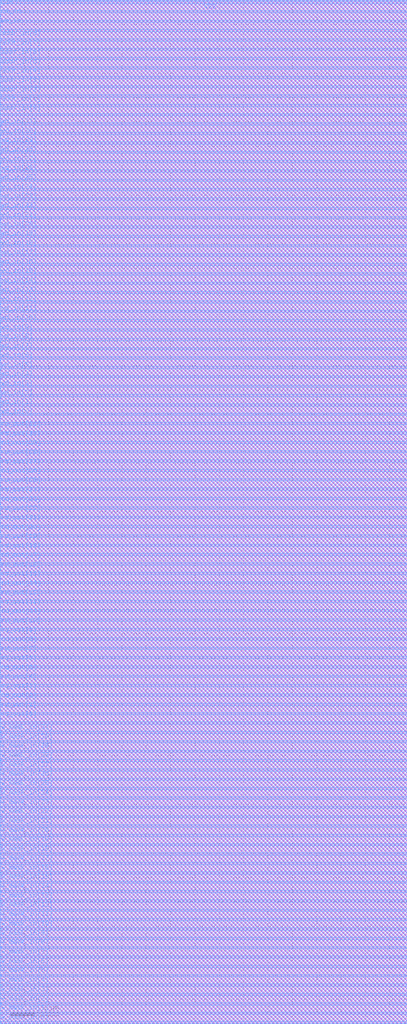
<source format=lef>
# Generated by FakeRAM 2.0
VERSION 5.7 ;
BUSBITCHARS "[]" ;
PROPERTYDEFINITIONS
  MACRO width INTEGER ;
  MACRO depth INTEGER ;
  MACRO banks INTEGER ;
END PROPERTYDEFINITIONS
MACRO fakeram7_512x32
  PROPERTY width 32 ;
  PROPERTY depth 512 ;
  PROPERTY banks 4 ;
  FOREIGN fakeram7_512x32 0 0 ;
  SYMMETRY X Y R90 ;
  SIZE 16.720 BY 42.000 ;
  CLASS BLOCK ;
  PIN w_mask_in[0]
    DIRECTION INPUT ;
    USE SIGNAL ;
    SHAPE ABUTMENT ;
    PORT
      LAYER M4 ;
      RECT 0.000 0.048 0.024 0.072 ;
    END
  END w_mask_in[0]
  PIN w_mask_in[1]
    DIRECTION INPUT ;
    USE SIGNAL ;
    SHAPE ABUTMENT ;
    PORT
      LAYER M4 ;
      RECT 0.000 0.432 0.024 0.456 ;
    END
  END w_mask_in[1]
  PIN w_mask_in[2]
    DIRECTION INPUT ;
    USE SIGNAL ;
    SHAPE ABUTMENT ;
    PORT
      LAYER M4 ;
      RECT 0.000 0.816 0.024 0.840 ;
    END
  END w_mask_in[2]
  PIN w_mask_in[3]
    DIRECTION INPUT ;
    USE SIGNAL ;
    SHAPE ABUTMENT ;
    PORT
      LAYER M4 ;
      RECT 0.000 1.200 0.024 1.224 ;
    END
  END w_mask_in[3]
  PIN w_mask_in[4]
    DIRECTION INPUT ;
    USE SIGNAL ;
    SHAPE ABUTMENT ;
    PORT
      LAYER M4 ;
      RECT 0.000 1.584 0.024 1.608 ;
    END
  END w_mask_in[4]
  PIN w_mask_in[5]
    DIRECTION INPUT ;
    USE SIGNAL ;
    SHAPE ABUTMENT ;
    PORT
      LAYER M4 ;
      RECT 0.000 1.968 0.024 1.992 ;
    END
  END w_mask_in[5]
  PIN w_mask_in[6]
    DIRECTION INPUT ;
    USE SIGNAL ;
    SHAPE ABUTMENT ;
    PORT
      LAYER M4 ;
      RECT 0.000 2.352 0.024 2.376 ;
    END
  END w_mask_in[6]
  PIN w_mask_in[7]
    DIRECTION INPUT ;
    USE SIGNAL ;
    SHAPE ABUTMENT ;
    PORT
      LAYER M4 ;
      RECT 0.000 2.736 0.024 2.760 ;
    END
  END w_mask_in[7]
  PIN w_mask_in[8]
    DIRECTION INPUT ;
    USE SIGNAL ;
    SHAPE ABUTMENT ;
    PORT
      LAYER M4 ;
      RECT 0.000 3.120 0.024 3.144 ;
    END
  END w_mask_in[8]
  PIN w_mask_in[9]
    DIRECTION INPUT ;
    USE SIGNAL ;
    SHAPE ABUTMENT ;
    PORT
      LAYER M4 ;
      RECT 0.000 3.504 0.024 3.528 ;
    END
  END w_mask_in[9]
  PIN w_mask_in[10]
    DIRECTION INPUT ;
    USE SIGNAL ;
    SHAPE ABUTMENT ;
    PORT
      LAYER M4 ;
      RECT 0.000 3.888 0.024 3.912 ;
    END
  END w_mask_in[10]
  PIN w_mask_in[11]
    DIRECTION INPUT ;
    USE SIGNAL ;
    SHAPE ABUTMENT ;
    PORT
      LAYER M4 ;
      RECT 0.000 4.272 0.024 4.296 ;
    END
  END w_mask_in[11]
  PIN w_mask_in[12]
    DIRECTION INPUT ;
    USE SIGNAL ;
    SHAPE ABUTMENT ;
    PORT
      LAYER M4 ;
      RECT 0.000 4.656 0.024 4.680 ;
    END
  END w_mask_in[12]
  PIN w_mask_in[13]
    DIRECTION INPUT ;
    USE SIGNAL ;
    SHAPE ABUTMENT ;
    PORT
      LAYER M4 ;
      RECT 0.000 5.040 0.024 5.064 ;
    END
  END w_mask_in[13]
  PIN w_mask_in[14]
    DIRECTION INPUT ;
    USE SIGNAL ;
    SHAPE ABUTMENT ;
    PORT
      LAYER M4 ;
      RECT 0.000 5.424 0.024 5.448 ;
    END
  END w_mask_in[14]
  PIN w_mask_in[15]
    DIRECTION INPUT ;
    USE SIGNAL ;
    SHAPE ABUTMENT ;
    PORT
      LAYER M4 ;
      RECT 0.000 5.808 0.024 5.832 ;
    END
  END w_mask_in[15]
  PIN w_mask_in[16]
    DIRECTION INPUT ;
    USE SIGNAL ;
    SHAPE ABUTMENT ;
    PORT
      LAYER M4 ;
      RECT 0.000 6.192 0.024 6.216 ;
    END
  END w_mask_in[16]
  PIN w_mask_in[17]
    DIRECTION INPUT ;
    USE SIGNAL ;
    SHAPE ABUTMENT ;
    PORT
      LAYER M4 ;
      RECT 0.000 6.576 0.024 6.600 ;
    END
  END w_mask_in[17]
  PIN w_mask_in[18]
    DIRECTION INPUT ;
    USE SIGNAL ;
    SHAPE ABUTMENT ;
    PORT
      LAYER M4 ;
      RECT 0.000 6.960 0.024 6.984 ;
    END
  END w_mask_in[18]
  PIN w_mask_in[19]
    DIRECTION INPUT ;
    USE SIGNAL ;
    SHAPE ABUTMENT ;
    PORT
      LAYER M4 ;
      RECT 0.000 7.344 0.024 7.368 ;
    END
  END w_mask_in[19]
  PIN w_mask_in[20]
    DIRECTION INPUT ;
    USE SIGNAL ;
    SHAPE ABUTMENT ;
    PORT
      LAYER M4 ;
      RECT 0.000 7.728 0.024 7.752 ;
    END
  END w_mask_in[20]
  PIN w_mask_in[21]
    DIRECTION INPUT ;
    USE SIGNAL ;
    SHAPE ABUTMENT ;
    PORT
      LAYER M4 ;
      RECT 0.000 8.112 0.024 8.136 ;
    END
  END w_mask_in[21]
  PIN w_mask_in[22]
    DIRECTION INPUT ;
    USE SIGNAL ;
    SHAPE ABUTMENT ;
    PORT
      LAYER M4 ;
      RECT 0.000 8.496 0.024 8.520 ;
    END
  END w_mask_in[22]
  PIN w_mask_in[23]
    DIRECTION INPUT ;
    USE SIGNAL ;
    SHAPE ABUTMENT ;
    PORT
      LAYER M4 ;
      RECT 0.000 8.880 0.024 8.904 ;
    END
  END w_mask_in[23]
  PIN w_mask_in[24]
    DIRECTION INPUT ;
    USE SIGNAL ;
    SHAPE ABUTMENT ;
    PORT
      LAYER M4 ;
      RECT 0.000 9.264 0.024 9.288 ;
    END
  END w_mask_in[24]
  PIN w_mask_in[25]
    DIRECTION INPUT ;
    USE SIGNAL ;
    SHAPE ABUTMENT ;
    PORT
      LAYER M4 ;
      RECT 0.000 9.648 0.024 9.672 ;
    END
  END w_mask_in[25]
  PIN w_mask_in[26]
    DIRECTION INPUT ;
    USE SIGNAL ;
    SHAPE ABUTMENT ;
    PORT
      LAYER M4 ;
      RECT 0.000 10.032 0.024 10.056 ;
    END
  END w_mask_in[26]
  PIN w_mask_in[27]
    DIRECTION INPUT ;
    USE SIGNAL ;
    SHAPE ABUTMENT ;
    PORT
      LAYER M4 ;
      RECT 0.000 10.416 0.024 10.440 ;
    END
  END w_mask_in[27]
  PIN w_mask_in[28]
    DIRECTION INPUT ;
    USE SIGNAL ;
    SHAPE ABUTMENT ;
    PORT
      LAYER M4 ;
      RECT 0.000 10.800 0.024 10.824 ;
    END
  END w_mask_in[28]
  PIN w_mask_in[29]
    DIRECTION INPUT ;
    USE SIGNAL ;
    SHAPE ABUTMENT ;
    PORT
      LAYER M4 ;
      RECT 0.000 11.184 0.024 11.208 ;
    END
  END w_mask_in[29]
  PIN w_mask_in[30]
    DIRECTION INPUT ;
    USE SIGNAL ;
    SHAPE ABUTMENT ;
    PORT
      LAYER M4 ;
      RECT 0.000 11.568 0.024 11.592 ;
    END
  END w_mask_in[30]
  PIN w_mask_in[31]
    DIRECTION INPUT ;
    USE SIGNAL ;
    SHAPE ABUTMENT ;
    PORT
      LAYER M4 ;
      RECT 0.000 11.952 0.024 11.976 ;
    END
  END w_mask_in[31]
  PIN rd_out[0]
    DIRECTION OUTPUT ;
    USE SIGNAL ;
    SHAPE ABUTMENT ;
    PORT
      LAYER M4 ;
      RECT 0.000 12.480 0.024 12.504 ;
    END
  END rd_out[0]
  PIN rd_out[1]
    DIRECTION OUTPUT ;
    USE SIGNAL ;
    SHAPE ABUTMENT ;
    PORT
      LAYER M4 ;
      RECT 0.000 12.864 0.024 12.888 ;
    END
  END rd_out[1]
  PIN rd_out[2]
    DIRECTION OUTPUT ;
    USE SIGNAL ;
    SHAPE ABUTMENT ;
    PORT
      LAYER M4 ;
      RECT 0.000 13.248 0.024 13.272 ;
    END
  END rd_out[2]
  PIN rd_out[3]
    DIRECTION OUTPUT ;
    USE SIGNAL ;
    SHAPE ABUTMENT ;
    PORT
      LAYER M4 ;
      RECT 0.000 13.632 0.024 13.656 ;
    END
  END rd_out[3]
  PIN rd_out[4]
    DIRECTION OUTPUT ;
    USE SIGNAL ;
    SHAPE ABUTMENT ;
    PORT
      LAYER M4 ;
      RECT 0.000 14.016 0.024 14.040 ;
    END
  END rd_out[4]
  PIN rd_out[5]
    DIRECTION OUTPUT ;
    USE SIGNAL ;
    SHAPE ABUTMENT ;
    PORT
      LAYER M4 ;
      RECT 0.000 14.400 0.024 14.424 ;
    END
  END rd_out[5]
  PIN rd_out[6]
    DIRECTION OUTPUT ;
    USE SIGNAL ;
    SHAPE ABUTMENT ;
    PORT
      LAYER M4 ;
      RECT 0.000 14.784 0.024 14.808 ;
    END
  END rd_out[6]
  PIN rd_out[7]
    DIRECTION OUTPUT ;
    USE SIGNAL ;
    SHAPE ABUTMENT ;
    PORT
      LAYER M4 ;
      RECT 0.000 15.168 0.024 15.192 ;
    END
  END rd_out[7]
  PIN rd_out[8]
    DIRECTION OUTPUT ;
    USE SIGNAL ;
    SHAPE ABUTMENT ;
    PORT
      LAYER M4 ;
      RECT 0.000 15.552 0.024 15.576 ;
    END
  END rd_out[8]
  PIN rd_out[9]
    DIRECTION OUTPUT ;
    USE SIGNAL ;
    SHAPE ABUTMENT ;
    PORT
      LAYER M4 ;
      RECT 0.000 15.936 0.024 15.960 ;
    END
  END rd_out[9]
  PIN rd_out[10]
    DIRECTION OUTPUT ;
    USE SIGNAL ;
    SHAPE ABUTMENT ;
    PORT
      LAYER M4 ;
      RECT 0.000 16.320 0.024 16.344 ;
    END
  END rd_out[10]
  PIN rd_out[11]
    DIRECTION OUTPUT ;
    USE SIGNAL ;
    SHAPE ABUTMENT ;
    PORT
      LAYER M4 ;
      RECT 0.000 16.704 0.024 16.728 ;
    END
  END rd_out[11]
  PIN rd_out[12]
    DIRECTION OUTPUT ;
    USE SIGNAL ;
    SHAPE ABUTMENT ;
    PORT
      LAYER M4 ;
      RECT 0.000 17.088 0.024 17.112 ;
    END
  END rd_out[12]
  PIN rd_out[13]
    DIRECTION OUTPUT ;
    USE SIGNAL ;
    SHAPE ABUTMENT ;
    PORT
      LAYER M4 ;
      RECT 0.000 17.472 0.024 17.496 ;
    END
  END rd_out[13]
  PIN rd_out[14]
    DIRECTION OUTPUT ;
    USE SIGNAL ;
    SHAPE ABUTMENT ;
    PORT
      LAYER M4 ;
      RECT 0.000 17.856 0.024 17.880 ;
    END
  END rd_out[14]
  PIN rd_out[15]
    DIRECTION OUTPUT ;
    USE SIGNAL ;
    SHAPE ABUTMENT ;
    PORT
      LAYER M4 ;
      RECT 0.000 18.240 0.024 18.264 ;
    END
  END rd_out[15]
  PIN rd_out[16]
    DIRECTION OUTPUT ;
    USE SIGNAL ;
    SHAPE ABUTMENT ;
    PORT
      LAYER M4 ;
      RECT 0.000 18.624 0.024 18.648 ;
    END
  END rd_out[16]
  PIN rd_out[17]
    DIRECTION OUTPUT ;
    USE SIGNAL ;
    SHAPE ABUTMENT ;
    PORT
      LAYER M4 ;
      RECT 0.000 19.008 0.024 19.032 ;
    END
  END rd_out[17]
  PIN rd_out[18]
    DIRECTION OUTPUT ;
    USE SIGNAL ;
    SHAPE ABUTMENT ;
    PORT
      LAYER M4 ;
      RECT 0.000 19.392 0.024 19.416 ;
    END
  END rd_out[18]
  PIN rd_out[19]
    DIRECTION OUTPUT ;
    USE SIGNAL ;
    SHAPE ABUTMENT ;
    PORT
      LAYER M4 ;
      RECT 0.000 19.776 0.024 19.800 ;
    END
  END rd_out[19]
  PIN rd_out[20]
    DIRECTION OUTPUT ;
    USE SIGNAL ;
    SHAPE ABUTMENT ;
    PORT
      LAYER M4 ;
      RECT 0.000 20.160 0.024 20.184 ;
    END
  END rd_out[20]
  PIN rd_out[21]
    DIRECTION OUTPUT ;
    USE SIGNAL ;
    SHAPE ABUTMENT ;
    PORT
      LAYER M4 ;
      RECT 0.000 20.544 0.024 20.568 ;
    END
  END rd_out[21]
  PIN rd_out[22]
    DIRECTION OUTPUT ;
    USE SIGNAL ;
    SHAPE ABUTMENT ;
    PORT
      LAYER M4 ;
      RECT 0.000 20.928 0.024 20.952 ;
    END
  END rd_out[22]
  PIN rd_out[23]
    DIRECTION OUTPUT ;
    USE SIGNAL ;
    SHAPE ABUTMENT ;
    PORT
      LAYER M4 ;
      RECT 0.000 21.312 0.024 21.336 ;
    END
  END rd_out[23]
  PIN rd_out[24]
    DIRECTION OUTPUT ;
    USE SIGNAL ;
    SHAPE ABUTMENT ;
    PORT
      LAYER M4 ;
      RECT 0.000 21.696 0.024 21.720 ;
    END
  END rd_out[24]
  PIN rd_out[25]
    DIRECTION OUTPUT ;
    USE SIGNAL ;
    SHAPE ABUTMENT ;
    PORT
      LAYER M4 ;
      RECT 0.000 22.080 0.024 22.104 ;
    END
  END rd_out[25]
  PIN rd_out[26]
    DIRECTION OUTPUT ;
    USE SIGNAL ;
    SHAPE ABUTMENT ;
    PORT
      LAYER M4 ;
      RECT 0.000 22.464 0.024 22.488 ;
    END
  END rd_out[26]
  PIN rd_out[27]
    DIRECTION OUTPUT ;
    USE SIGNAL ;
    SHAPE ABUTMENT ;
    PORT
      LAYER M4 ;
      RECT 0.000 22.848 0.024 22.872 ;
    END
  END rd_out[27]
  PIN rd_out[28]
    DIRECTION OUTPUT ;
    USE SIGNAL ;
    SHAPE ABUTMENT ;
    PORT
      LAYER M4 ;
      RECT 0.000 23.232 0.024 23.256 ;
    END
  END rd_out[28]
  PIN rd_out[29]
    DIRECTION OUTPUT ;
    USE SIGNAL ;
    SHAPE ABUTMENT ;
    PORT
      LAYER M4 ;
      RECT 0.000 23.616 0.024 23.640 ;
    END
  END rd_out[29]
  PIN rd_out[30]
    DIRECTION OUTPUT ;
    USE SIGNAL ;
    SHAPE ABUTMENT ;
    PORT
      LAYER M4 ;
      RECT 0.000 24.000 0.024 24.024 ;
    END
  END rd_out[30]
  PIN rd_out[31]
    DIRECTION OUTPUT ;
    USE SIGNAL ;
    SHAPE ABUTMENT ;
    PORT
      LAYER M4 ;
      RECT 0.000 24.384 0.024 24.408 ;
    END
  END rd_out[31]
  PIN wd_in[0]
    DIRECTION INPUT ;
    USE SIGNAL ;
    SHAPE ABUTMENT ;
    PORT
      LAYER M4 ;
      RECT 0.000 24.912 0.024 24.936 ;
    END
  END wd_in[0]
  PIN wd_in[1]
    DIRECTION INPUT ;
    USE SIGNAL ;
    SHAPE ABUTMENT ;
    PORT
      LAYER M4 ;
      RECT 0.000 25.296 0.024 25.320 ;
    END
  END wd_in[1]
  PIN wd_in[2]
    DIRECTION INPUT ;
    USE SIGNAL ;
    SHAPE ABUTMENT ;
    PORT
      LAYER M4 ;
      RECT 0.000 25.680 0.024 25.704 ;
    END
  END wd_in[2]
  PIN wd_in[3]
    DIRECTION INPUT ;
    USE SIGNAL ;
    SHAPE ABUTMENT ;
    PORT
      LAYER M4 ;
      RECT 0.000 26.064 0.024 26.088 ;
    END
  END wd_in[3]
  PIN wd_in[4]
    DIRECTION INPUT ;
    USE SIGNAL ;
    SHAPE ABUTMENT ;
    PORT
      LAYER M4 ;
      RECT 0.000 26.448 0.024 26.472 ;
    END
  END wd_in[4]
  PIN wd_in[5]
    DIRECTION INPUT ;
    USE SIGNAL ;
    SHAPE ABUTMENT ;
    PORT
      LAYER M4 ;
      RECT 0.000 26.832 0.024 26.856 ;
    END
  END wd_in[5]
  PIN wd_in[6]
    DIRECTION INPUT ;
    USE SIGNAL ;
    SHAPE ABUTMENT ;
    PORT
      LAYER M4 ;
      RECT 0.000 27.216 0.024 27.240 ;
    END
  END wd_in[6]
  PIN wd_in[7]
    DIRECTION INPUT ;
    USE SIGNAL ;
    SHAPE ABUTMENT ;
    PORT
      LAYER M4 ;
      RECT 0.000 27.600 0.024 27.624 ;
    END
  END wd_in[7]
  PIN wd_in[8]
    DIRECTION INPUT ;
    USE SIGNAL ;
    SHAPE ABUTMENT ;
    PORT
      LAYER M4 ;
      RECT 0.000 27.984 0.024 28.008 ;
    END
  END wd_in[8]
  PIN wd_in[9]
    DIRECTION INPUT ;
    USE SIGNAL ;
    SHAPE ABUTMENT ;
    PORT
      LAYER M4 ;
      RECT 0.000 28.368 0.024 28.392 ;
    END
  END wd_in[9]
  PIN wd_in[10]
    DIRECTION INPUT ;
    USE SIGNAL ;
    SHAPE ABUTMENT ;
    PORT
      LAYER M4 ;
      RECT 0.000 28.752 0.024 28.776 ;
    END
  END wd_in[10]
  PIN wd_in[11]
    DIRECTION INPUT ;
    USE SIGNAL ;
    SHAPE ABUTMENT ;
    PORT
      LAYER M4 ;
      RECT 0.000 29.136 0.024 29.160 ;
    END
  END wd_in[11]
  PIN wd_in[12]
    DIRECTION INPUT ;
    USE SIGNAL ;
    SHAPE ABUTMENT ;
    PORT
      LAYER M4 ;
      RECT 0.000 29.520 0.024 29.544 ;
    END
  END wd_in[12]
  PIN wd_in[13]
    DIRECTION INPUT ;
    USE SIGNAL ;
    SHAPE ABUTMENT ;
    PORT
      LAYER M4 ;
      RECT 0.000 29.904 0.024 29.928 ;
    END
  END wd_in[13]
  PIN wd_in[14]
    DIRECTION INPUT ;
    USE SIGNAL ;
    SHAPE ABUTMENT ;
    PORT
      LAYER M4 ;
      RECT 0.000 30.288 0.024 30.312 ;
    END
  END wd_in[14]
  PIN wd_in[15]
    DIRECTION INPUT ;
    USE SIGNAL ;
    SHAPE ABUTMENT ;
    PORT
      LAYER M4 ;
      RECT 0.000 30.672 0.024 30.696 ;
    END
  END wd_in[15]
  PIN wd_in[16]
    DIRECTION INPUT ;
    USE SIGNAL ;
    SHAPE ABUTMENT ;
    PORT
      LAYER M4 ;
      RECT 0.000 31.056 0.024 31.080 ;
    END
  END wd_in[16]
  PIN wd_in[17]
    DIRECTION INPUT ;
    USE SIGNAL ;
    SHAPE ABUTMENT ;
    PORT
      LAYER M4 ;
      RECT 0.000 31.440 0.024 31.464 ;
    END
  END wd_in[17]
  PIN wd_in[18]
    DIRECTION INPUT ;
    USE SIGNAL ;
    SHAPE ABUTMENT ;
    PORT
      LAYER M4 ;
      RECT 0.000 31.824 0.024 31.848 ;
    END
  END wd_in[18]
  PIN wd_in[19]
    DIRECTION INPUT ;
    USE SIGNAL ;
    SHAPE ABUTMENT ;
    PORT
      LAYER M4 ;
      RECT 0.000 32.208 0.024 32.232 ;
    END
  END wd_in[19]
  PIN wd_in[20]
    DIRECTION INPUT ;
    USE SIGNAL ;
    SHAPE ABUTMENT ;
    PORT
      LAYER M4 ;
      RECT 0.000 32.592 0.024 32.616 ;
    END
  END wd_in[20]
  PIN wd_in[21]
    DIRECTION INPUT ;
    USE SIGNAL ;
    SHAPE ABUTMENT ;
    PORT
      LAYER M4 ;
      RECT 0.000 32.976 0.024 33.000 ;
    END
  END wd_in[21]
  PIN wd_in[22]
    DIRECTION INPUT ;
    USE SIGNAL ;
    SHAPE ABUTMENT ;
    PORT
      LAYER M4 ;
      RECT 0.000 33.360 0.024 33.384 ;
    END
  END wd_in[22]
  PIN wd_in[23]
    DIRECTION INPUT ;
    USE SIGNAL ;
    SHAPE ABUTMENT ;
    PORT
      LAYER M4 ;
      RECT 0.000 33.744 0.024 33.768 ;
    END
  END wd_in[23]
  PIN wd_in[24]
    DIRECTION INPUT ;
    USE SIGNAL ;
    SHAPE ABUTMENT ;
    PORT
      LAYER M4 ;
      RECT 0.000 34.128 0.024 34.152 ;
    END
  END wd_in[24]
  PIN wd_in[25]
    DIRECTION INPUT ;
    USE SIGNAL ;
    SHAPE ABUTMENT ;
    PORT
      LAYER M4 ;
      RECT 0.000 34.512 0.024 34.536 ;
    END
  END wd_in[25]
  PIN wd_in[26]
    DIRECTION INPUT ;
    USE SIGNAL ;
    SHAPE ABUTMENT ;
    PORT
      LAYER M4 ;
      RECT 0.000 34.896 0.024 34.920 ;
    END
  END wd_in[26]
  PIN wd_in[27]
    DIRECTION INPUT ;
    USE SIGNAL ;
    SHAPE ABUTMENT ;
    PORT
      LAYER M4 ;
      RECT 0.000 35.280 0.024 35.304 ;
    END
  END wd_in[27]
  PIN wd_in[28]
    DIRECTION INPUT ;
    USE SIGNAL ;
    SHAPE ABUTMENT ;
    PORT
      LAYER M4 ;
      RECT 0.000 35.664 0.024 35.688 ;
    END
  END wd_in[28]
  PIN wd_in[29]
    DIRECTION INPUT ;
    USE SIGNAL ;
    SHAPE ABUTMENT ;
    PORT
      LAYER M4 ;
      RECT 0.000 36.048 0.024 36.072 ;
    END
  END wd_in[29]
  PIN wd_in[30]
    DIRECTION INPUT ;
    USE SIGNAL ;
    SHAPE ABUTMENT ;
    PORT
      LAYER M4 ;
      RECT 0.000 36.432 0.024 36.456 ;
    END
  END wd_in[30]
  PIN wd_in[31]
    DIRECTION INPUT ;
    USE SIGNAL ;
    SHAPE ABUTMENT ;
    PORT
      LAYER M4 ;
      RECT 0.000 36.816 0.024 36.840 ;
    END
  END wd_in[31]
  PIN addr_in[0]
    DIRECTION INPUT ;
    USE SIGNAL ;
    SHAPE ABUTMENT ;
    PORT
      LAYER M4 ;
      RECT 0.000 37.344 0.024 37.368 ;
    END
  END addr_in[0]
  PIN addr_in[1]
    DIRECTION INPUT ;
    USE SIGNAL ;
    SHAPE ABUTMENT ;
    PORT
      LAYER M4 ;
      RECT 0.000 37.728 0.024 37.752 ;
    END
  END addr_in[1]
  PIN addr_in[2]
    DIRECTION INPUT ;
    USE SIGNAL ;
    SHAPE ABUTMENT ;
    PORT
      LAYER M4 ;
      RECT 0.000 38.112 0.024 38.136 ;
    END
  END addr_in[2]
  PIN addr_in[3]
    DIRECTION INPUT ;
    USE SIGNAL ;
    SHAPE ABUTMENT ;
    PORT
      LAYER M4 ;
      RECT 0.000 38.496 0.024 38.520 ;
    END
  END addr_in[3]
  PIN addr_in[4]
    DIRECTION INPUT ;
    USE SIGNAL ;
    SHAPE ABUTMENT ;
    PORT
      LAYER M4 ;
      RECT 0.000 38.880 0.024 38.904 ;
    END
  END addr_in[4]
  PIN addr_in[5]
    DIRECTION INPUT ;
    USE SIGNAL ;
    SHAPE ABUTMENT ;
    PORT
      LAYER M4 ;
      RECT 0.000 39.264 0.024 39.288 ;
    END
  END addr_in[5]
  PIN addr_in[6]
    DIRECTION INPUT ;
    USE SIGNAL ;
    SHAPE ABUTMENT ;
    PORT
      LAYER M4 ;
      RECT 0.000 39.648 0.024 39.672 ;
    END
  END addr_in[6]
  PIN addr_in[7]
    DIRECTION INPUT ;
    USE SIGNAL ;
    SHAPE ABUTMENT ;
    PORT
      LAYER M4 ;
      RECT 0.000 40.032 0.024 40.056 ;
    END
  END addr_in[7]
  PIN addr_in[8]
    DIRECTION INPUT ;
    USE SIGNAL ;
    SHAPE ABUTMENT ;
    PORT
      LAYER M4 ;
      RECT 0.000 40.416 0.024 40.440 ;
    END
  END addr_in[8]
  PIN we_in
    DIRECTION INPUT ;
    USE SIGNAL ;
    SHAPE ABUTMENT ;
    PORT
      LAYER M4 ;
      RECT 0.000 40.944 0.024 40.968 ;
    END
  END we_in
  PIN ce_in
    DIRECTION INPUT ;
    USE SIGNAL ;
    SHAPE ABUTMENT ;
    PORT
      LAYER M4 ;
      RECT 0.000 41.328 0.024 41.352 ;
    END
  END ce_in
  PIN clk
    DIRECTION INPUT ;
    USE SIGNAL ;
    SHAPE ABUTMENT ;
    PORT
      LAYER M4 ;
      RECT 0.000 41.712 0.024 41.736 ;
    END
  END clk
  PIN VSS
    DIRECTION INOUT ;
    USE GROUND ;
    PORT
      LAYER M4 ;
      RECT 0.048 0.000 16.672 0.096 ;
      RECT 0.048 0.768 16.672 0.864 ;
      RECT 0.048 1.536 16.672 1.632 ;
      RECT 0.048 2.304 16.672 2.400 ;
      RECT 0.048 3.072 16.672 3.168 ;
      RECT 0.048 3.840 16.672 3.936 ;
      RECT 0.048 4.608 16.672 4.704 ;
      RECT 0.048 5.376 16.672 5.472 ;
      RECT 0.048 6.144 16.672 6.240 ;
      RECT 0.048 6.912 16.672 7.008 ;
      RECT 0.048 7.680 16.672 7.776 ;
      RECT 0.048 8.448 16.672 8.544 ;
      RECT 0.048 9.216 16.672 9.312 ;
      RECT 0.048 9.984 16.672 10.080 ;
      RECT 0.048 10.752 16.672 10.848 ;
      RECT 0.048 11.520 16.672 11.616 ;
      RECT 0.048 12.288 16.672 12.384 ;
      RECT 0.048 13.056 16.672 13.152 ;
      RECT 0.048 13.824 16.672 13.920 ;
      RECT 0.048 14.592 16.672 14.688 ;
      RECT 0.048 15.360 16.672 15.456 ;
      RECT 0.048 16.128 16.672 16.224 ;
      RECT 0.048 16.896 16.672 16.992 ;
      RECT 0.048 17.664 16.672 17.760 ;
      RECT 0.048 18.432 16.672 18.528 ;
      RECT 0.048 19.200 16.672 19.296 ;
      RECT 0.048 19.968 16.672 20.064 ;
      RECT 0.048 20.736 16.672 20.832 ;
      RECT 0.048 21.504 16.672 21.600 ;
      RECT 0.048 22.272 16.672 22.368 ;
      RECT 0.048 23.040 16.672 23.136 ;
      RECT 0.048 23.808 16.672 23.904 ;
      RECT 0.048 24.576 16.672 24.672 ;
      RECT 0.048 25.344 16.672 25.440 ;
      RECT 0.048 26.112 16.672 26.208 ;
      RECT 0.048 26.880 16.672 26.976 ;
      RECT 0.048 27.648 16.672 27.744 ;
      RECT 0.048 28.416 16.672 28.512 ;
      RECT 0.048 29.184 16.672 29.280 ;
      RECT 0.048 29.952 16.672 30.048 ;
      RECT 0.048 30.720 16.672 30.816 ;
      RECT 0.048 31.488 16.672 31.584 ;
      RECT 0.048 32.256 16.672 32.352 ;
      RECT 0.048 33.024 16.672 33.120 ;
      RECT 0.048 33.792 16.672 33.888 ;
      RECT 0.048 34.560 16.672 34.656 ;
      RECT 0.048 35.328 16.672 35.424 ;
      RECT 0.048 36.096 16.672 36.192 ;
      RECT 0.048 36.864 16.672 36.960 ;
      RECT 0.048 37.632 16.672 37.728 ;
      RECT 0.048 38.400 16.672 38.496 ;
      RECT 0.048 39.168 16.672 39.264 ;
      RECT 0.048 39.936 16.672 40.032 ;
      RECT 0.048 40.704 16.672 40.800 ;
      RECT 0.048 41.472 16.672 41.568 ;
    END
  END VSS
  PIN VDD
    DIRECTION INOUT ;
    USE POWER ;
    PORT
      LAYER M4 ;
      RECT 0.048 0.384 16.672 0.480 ;
      RECT 0.048 1.152 16.672 1.248 ;
      RECT 0.048 1.920 16.672 2.016 ;
      RECT 0.048 2.688 16.672 2.784 ;
      RECT 0.048 3.456 16.672 3.552 ;
      RECT 0.048 4.224 16.672 4.320 ;
      RECT 0.048 4.992 16.672 5.088 ;
      RECT 0.048 5.760 16.672 5.856 ;
      RECT 0.048 6.528 16.672 6.624 ;
      RECT 0.048 7.296 16.672 7.392 ;
      RECT 0.048 8.064 16.672 8.160 ;
      RECT 0.048 8.832 16.672 8.928 ;
      RECT 0.048 9.600 16.672 9.696 ;
      RECT 0.048 10.368 16.672 10.464 ;
      RECT 0.048 11.136 16.672 11.232 ;
      RECT 0.048 11.904 16.672 12.000 ;
      RECT 0.048 12.672 16.672 12.768 ;
      RECT 0.048 13.440 16.672 13.536 ;
      RECT 0.048 14.208 16.672 14.304 ;
      RECT 0.048 14.976 16.672 15.072 ;
      RECT 0.048 15.744 16.672 15.840 ;
      RECT 0.048 16.512 16.672 16.608 ;
      RECT 0.048 17.280 16.672 17.376 ;
      RECT 0.048 18.048 16.672 18.144 ;
      RECT 0.048 18.816 16.672 18.912 ;
      RECT 0.048 19.584 16.672 19.680 ;
      RECT 0.048 20.352 16.672 20.448 ;
      RECT 0.048 21.120 16.672 21.216 ;
      RECT 0.048 21.888 16.672 21.984 ;
      RECT 0.048 22.656 16.672 22.752 ;
      RECT 0.048 23.424 16.672 23.520 ;
      RECT 0.048 24.192 16.672 24.288 ;
      RECT 0.048 24.960 16.672 25.056 ;
      RECT 0.048 25.728 16.672 25.824 ;
      RECT 0.048 26.496 16.672 26.592 ;
      RECT 0.048 27.264 16.672 27.360 ;
      RECT 0.048 28.032 16.672 28.128 ;
      RECT 0.048 28.800 16.672 28.896 ;
      RECT 0.048 29.568 16.672 29.664 ;
      RECT 0.048 30.336 16.672 30.432 ;
      RECT 0.048 31.104 16.672 31.200 ;
      RECT 0.048 31.872 16.672 31.968 ;
      RECT 0.048 32.640 16.672 32.736 ;
      RECT 0.048 33.408 16.672 33.504 ;
      RECT 0.048 34.176 16.672 34.272 ;
      RECT 0.048 34.944 16.672 35.040 ;
      RECT 0.048 35.712 16.672 35.808 ;
      RECT 0.048 36.480 16.672 36.576 ;
      RECT 0.048 37.248 16.672 37.344 ;
      RECT 0.048 38.016 16.672 38.112 ;
      RECT 0.048 38.784 16.672 38.880 ;
      RECT 0.048 39.552 16.672 39.648 ;
      RECT 0.048 40.320 16.672 40.416 ;
      RECT 0.048 41.088 16.672 41.184 ;
      RECT 0.048 41.856 16.672 41.952 ;
    END
  END VDD
  OBS
    LAYER M1 ;
    RECT 0 0 16.720 42.000 ;
    LAYER M2 ;
    RECT 0 0 16.720 42.000 ;
    LAYER M3 ;
    RECT 0 0 16.720 42.000 ;
    LAYER M4 ;
    RECT 0 0 16.720 42.000 ;
  END
END fakeram7_512x32

END LIBRARY

</source>
